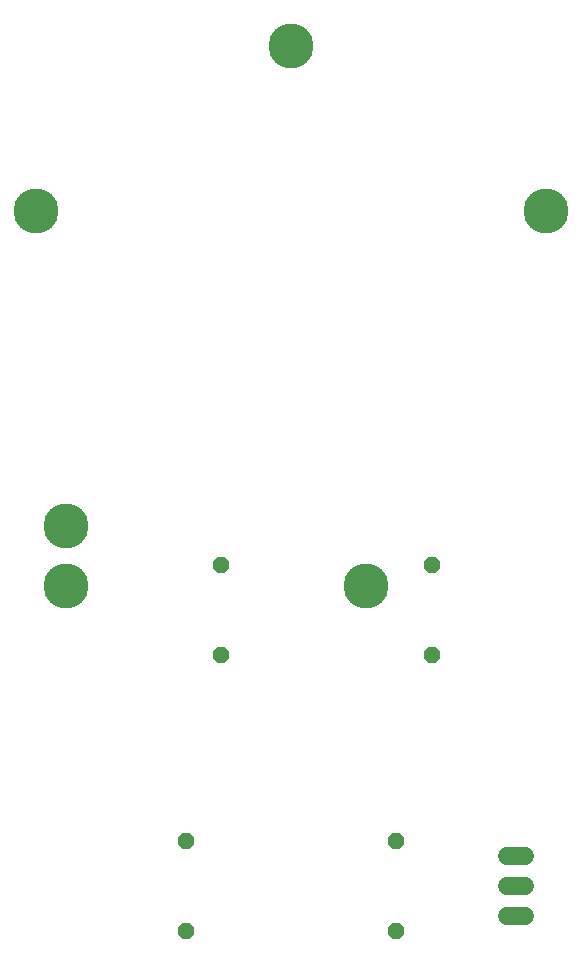
<source format=gbr>
G04 EAGLE Gerber RS-274X export*
G75*
%MOMM*%
%FSLAX34Y34*%
%LPD*%
%INCopper Bottom*%
%IPPOS*%
%AMOC8*
5,1,8,0,0,1.08239X$1,22.5*%
G01*
%ADD10C,1.508000*%
%ADD11C,3.810000*%
%ADD12P,1.429621X8X112.500000*%
%ADD13P,1.429621X8X292.500000*%


D10*
X525860Y736600D02*
X540940Y736600D01*
X540940Y711200D02*
X525860Y711200D01*
X525860Y685800D02*
X540940Y685800D01*
D11*
X127000Y1282700D03*
X558800Y1282700D03*
X152400Y1016000D03*
X342900Y1422400D03*
X406400Y965200D03*
X152400Y965200D03*
D12*
X431800Y673100D03*
X431800Y749300D03*
X254000Y673100D03*
X254000Y749300D03*
D13*
X283210Y982980D03*
X283210Y906780D03*
X462280Y982980D03*
X462280Y906780D03*
M02*

</source>
